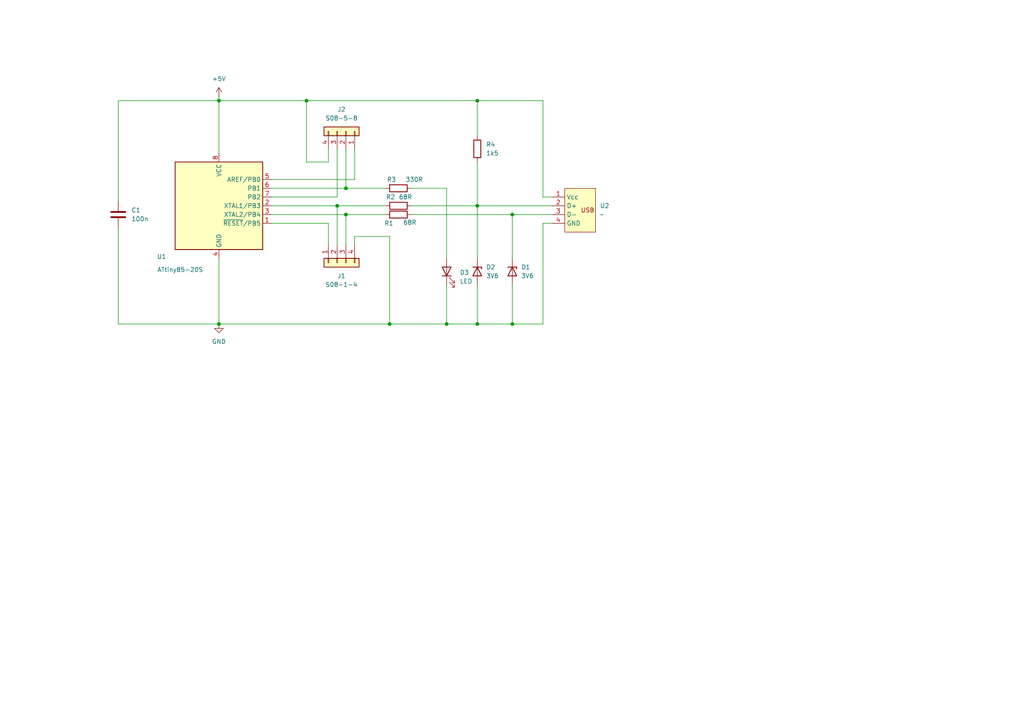
<source format=kicad_sch>
(kicad_sch
	(version 20250114)
	(generator "eeschema")
	(generator_version "9.0")
	(uuid "f016b412-6fed-479b-b981-6b0140a4ae4d")
	(paper "A4")
	(lib_symbols
		(symbol "Conn_01x04_1"
			(pin_names
				(offset 1.016)
				(hide yes)
			)
			(exclude_from_sim no)
			(in_bom yes)
			(on_board yes)
			(property "Reference" "J2"
				(at 3.81 -1.27 90)
				(effects
					(font
						(size 1.27 1.27)
					)
				)
			)
			(property "Value" "Conn_01x04"
				(at 6.35 -1.27 90)
				(effects
					(font
						(size 1.27 1.27)
					)
				)
			)
			(property "Footprint" ""
				(at 0 0 0)
				(effects
					(font
						(size 1.27 1.27)
					)
					(hide yes)
				)
			)
			(property "Datasheet" "~"
				(at 0 0 0)
				(effects
					(font
						(size 1.27 1.27)
					)
					(hide yes)
				)
			)
			(property "Description" "Generic connector, single row, 01x04, script generated (kicad-library-utils/schlib/autogen/connector/)"
				(at 0 0 0)
				(effects
					(font
						(size 1.27 1.27)
					)
					(hide yes)
				)
			)
			(property "Sim.Library" ".\\"
				(at 0 0 0)
				(effects
					(font
						(size 1.27 1.27)
					)
					(hide yes)
				)
			)
			(property "ki_keywords" "connector"
				(at 0 0 0)
				(effects
					(font
						(size 1.27 1.27)
					)
					(hide yes)
				)
			)
			(property "ki_fp_filters" "Connector*:*_1x??_*"
				(at 0 0 0)
				(effects
					(font
						(size 1.27 1.27)
					)
					(hide yes)
				)
			)
			(symbol "Conn_01x04_1_1_1"
				(rectangle
					(start -1.27 3.81)
					(end 1.27 -6.35)
					(stroke
						(width 0.254)
						(type default)
					)
					(fill
						(type background)
					)
				)
				(rectangle
					(start -1.27 2.667)
					(end 0 2.413)
					(stroke
						(width 0.1524)
						(type default)
					)
					(fill
						(type none)
					)
				)
				(rectangle
					(start -1.27 0.127)
					(end 0 -0.127)
					(stroke
						(width 0.1524)
						(type default)
					)
					(fill
						(type none)
					)
				)
				(rectangle
					(start -1.27 -2.413)
					(end 0 -2.667)
					(stroke
						(width 0.1524)
						(type default)
					)
					(fill
						(type none)
					)
				)
				(rectangle
					(start -1.27 -4.953)
					(end 0 -5.207)
					(stroke
						(width 0.1524)
						(type default)
					)
					(fill
						(type none)
					)
				)
				(pin passive line
					(at -5.08 2.54 0)
					(length 3.81)
					(name "Pin_1"
						(effects
							(font
								(size 1.27 1.27)
							)
						)
					)
					(number "4"
						(effects
							(font
								(size 1.27 1.27)
							)
						)
					)
				)
				(pin passive line
					(at -5.08 0 0)
					(length 3.81)
					(name "Pin_2"
						(effects
							(font
								(size 1.27 1.27)
							)
						)
					)
					(number "3"
						(effects
							(font
								(size 1.27 1.27)
							)
						)
					)
				)
				(pin passive line
					(at -5.08 -2.54 0)
					(length 3.81)
					(name "Pin_3"
						(effects
							(font
								(size 1.27 1.27)
							)
						)
					)
					(number "2"
						(effects
							(font
								(size 1.27 1.27)
							)
						)
					)
				)
				(pin passive line
					(at -5.08 -5.08 0)
					(length 3.81)
					(name "Pin_4"
						(effects
							(font
								(size 1.27 1.27)
							)
						)
					)
					(number "1"
						(effects
							(font
								(size 1.27 1.27)
							)
						)
					)
				)
			)
			(embedded_fonts no)
		)
		(symbol "Connector_Generic:Conn_01x04"
			(pin_names
				(offset 1.016)
				(hide yes)
			)
			(exclude_from_sim no)
			(in_bom yes)
			(on_board yes)
			(property "Reference" "J1"
				(at 6.35 -1.27 90)
				(effects
					(font
						(size 1.27 1.27)
					)
				)
			)
			(property "Value" "Conn_01x04"
				(at 3.81 -1.27 90)
				(effects
					(font
						(size 1.27 1.27)
					)
				)
			)
			(property "Footprint" ""
				(at 0 0 0)
				(effects
					(font
						(size 1.27 1.27)
					)
					(hide yes)
				)
			)
			(property "Datasheet" "~"
				(at 0 0 0)
				(effects
					(font
						(size 1.27 1.27)
					)
					(hide yes)
				)
			)
			(property "Description" "Generic connector, single row, 01x04, script generated (kicad-library-utils/schlib/autogen/connector/)"
				(at 0 0 0)
				(effects
					(font
						(size 1.27 1.27)
					)
					(hide yes)
				)
			)
			(property "ki_keywords" "connector"
				(at 0 0 0)
				(effects
					(font
						(size 1.27 1.27)
					)
					(hide yes)
				)
			)
			(property "ki_fp_filters" "Connector*:*_1x??_*"
				(at 0 0 0)
				(effects
					(font
						(size 1.27 1.27)
					)
					(hide yes)
				)
			)
			(symbol "Conn_01x04_1_1"
				(rectangle
					(start -1.27 3.81)
					(end 1.27 -6.35)
					(stroke
						(width 0.254)
						(type default)
					)
					(fill
						(type background)
					)
				)
				(rectangle
					(start -1.27 2.667)
					(end 0 2.413)
					(stroke
						(width 0.1524)
						(type default)
					)
					(fill
						(type none)
					)
				)
				(rectangle
					(start -1.27 0.127)
					(end 0 -0.127)
					(stroke
						(width 0.1524)
						(type default)
					)
					(fill
						(type none)
					)
				)
				(rectangle
					(start -1.27 -2.413)
					(end 0 -2.667)
					(stroke
						(width 0.1524)
						(type default)
					)
					(fill
						(type none)
					)
				)
				(rectangle
					(start -1.27 -4.953)
					(end 0 -5.207)
					(stroke
						(width 0.1524)
						(type default)
					)
					(fill
						(type none)
					)
				)
				(pin passive line
					(at -5.08 2.54 0)
					(length 3.81)
					(name "Pin_1"
						(effects
							(font
								(size 1.27 1.27)
							)
						)
					)
					(number "4"
						(effects
							(font
								(size 1.27 1.27)
							)
						)
					)
				)
				(pin passive line
					(at -5.08 0 0)
					(length 3.81)
					(name "Pin_2"
						(effects
							(font
								(size 1.27 1.27)
							)
						)
					)
					(number "3"
						(effects
							(font
								(size 1.27 1.27)
							)
						)
					)
				)
				(pin passive line
					(at -5.08 -2.54 0)
					(length 3.81)
					(name "Pin_3"
						(effects
							(font
								(size 1.27 1.27)
							)
						)
					)
					(number "2"
						(effects
							(font
								(size 1.27 1.27)
							)
						)
					)
				)
				(pin passive line
					(at -5.08 -5.08 0)
					(length 3.81)
					(name "1Pin_4"
						(effects
							(font
								(size 1.27 1.27)
							)
						)
					)
					(number "1"
						(effects
							(font
								(size 1.27 1.27)
							)
						)
					)
				)
			)
			(embedded_fonts no)
		)
		(symbol "Device:C"
			(pin_numbers
				(hide yes)
			)
			(pin_names
				(offset 0.254)
			)
			(exclude_from_sim no)
			(in_bom yes)
			(on_board yes)
			(property "Reference" "C"
				(at 0.635 2.54 0)
				(effects
					(font
						(size 1.27 1.27)
					)
					(justify left)
				)
			)
			(property "Value" "C"
				(at 0.635 -2.54 0)
				(effects
					(font
						(size 1.27 1.27)
					)
					(justify left)
				)
			)
			(property "Footprint" ""
				(at 0.9652 -3.81 0)
				(effects
					(font
						(size 1.27 1.27)
					)
					(hide yes)
				)
			)
			(property "Datasheet" "~"
				(at 0 0 0)
				(effects
					(font
						(size 1.27 1.27)
					)
					(hide yes)
				)
			)
			(property "Description" "Unpolarized capacitor"
				(at 0 0 0)
				(effects
					(font
						(size 1.27 1.27)
					)
					(hide yes)
				)
			)
			(property "ki_keywords" "cap capacitor"
				(at 0 0 0)
				(effects
					(font
						(size 1.27 1.27)
					)
					(hide yes)
				)
			)
			(property "ki_fp_filters" "C_*"
				(at 0 0 0)
				(effects
					(font
						(size 1.27 1.27)
					)
					(hide yes)
				)
			)
			(symbol "C_0_1"
				(polyline
					(pts
						(xy -2.032 0.762) (xy 2.032 0.762)
					)
					(stroke
						(width 0.508)
						(type default)
					)
					(fill
						(type none)
					)
				)
				(polyline
					(pts
						(xy -2.032 -0.762) (xy 2.032 -0.762)
					)
					(stroke
						(width 0.508)
						(type default)
					)
					(fill
						(type none)
					)
				)
			)
			(symbol "C_1_1"
				(pin passive line
					(at 0 3.81 270)
					(length 2.794)
					(name "~"
						(effects
							(font
								(size 1.27 1.27)
							)
						)
					)
					(number "1"
						(effects
							(font
								(size 1.27 1.27)
							)
						)
					)
				)
				(pin passive line
					(at 0 -3.81 90)
					(length 2.794)
					(name "~"
						(effects
							(font
								(size 1.27 1.27)
							)
						)
					)
					(number "2"
						(effects
							(font
								(size 1.27 1.27)
							)
						)
					)
				)
			)
			(embedded_fonts no)
		)
		(symbol "Device:D_Zener"
			(pin_numbers
				(hide yes)
			)
			(pin_names
				(offset 1.016)
				(hide yes)
			)
			(exclude_from_sim no)
			(in_bom yes)
			(on_board yes)
			(property "Reference" "D"
				(at 0 2.54 0)
				(effects
					(font
						(size 1.27 1.27)
					)
				)
			)
			(property "Value" "D_Zener"
				(at 0 -2.54 0)
				(effects
					(font
						(size 1.27 1.27)
					)
				)
			)
			(property "Footprint" ""
				(at 0 0 0)
				(effects
					(font
						(size 1.27 1.27)
					)
					(hide yes)
				)
			)
			(property "Datasheet" "~"
				(at 0 0 0)
				(effects
					(font
						(size 1.27 1.27)
					)
					(hide yes)
				)
			)
			(property "Description" "Zener diode"
				(at 0 0 0)
				(effects
					(font
						(size 1.27 1.27)
					)
					(hide yes)
				)
			)
			(property "ki_keywords" "diode"
				(at 0 0 0)
				(effects
					(font
						(size 1.27 1.27)
					)
					(hide yes)
				)
			)
			(property "ki_fp_filters" "TO-???* *_Diode_* *SingleDiode* D_*"
				(at 0 0 0)
				(effects
					(font
						(size 1.27 1.27)
					)
					(hide yes)
				)
			)
			(symbol "D_Zener_0_1"
				(polyline
					(pts
						(xy -1.27 -1.27) (xy -1.27 1.27) (xy -0.762 1.27)
					)
					(stroke
						(width 0.254)
						(type default)
					)
					(fill
						(type none)
					)
				)
				(polyline
					(pts
						(xy 1.27 0) (xy -1.27 0)
					)
					(stroke
						(width 0)
						(type default)
					)
					(fill
						(type none)
					)
				)
				(polyline
					(pts
						(xy 1.27 -1.27) (xy 1.27 1.27) (xy -1.27 0) (xy 1.27 -1.27)
					)
					(stroke
						(width 0.254)
						(type default)
					)
					(fill
						(type none)
					)
				)
			)
			(symbol "D_Zener_1_1"
				(pin passive line
					(at -3.81 0 0)
					(length 2.54)
					(name "K"
						(effects
							(font
								(size 1.27 1.27)
							)
						)
					)
					(number "1"
						(effects
							(font
								(size 1.27 1.27)
							)
						)
					)
				)
				(pin passive line
					(at 3.81 0 180)
					(length 2.54)
					(name "A"
						(effects
							(font
								(size 1.27 1.27)
							)
						)
					)
					(number "2"
						(effects
							(font
								(size 1.27 1.27)
							)
						)
					)
				)
			)
			(embedded_fonts no)
		)
		(symbol "Device:LED"
			(pin_numbers
				(hide yes)
			)
			(pin_names
				(offset 1.016)
				(hide yes)
			)
			(exclude_from_sim no)
			(in_bom yes)
			(on_board yes)
			(property "Reference" "D"
				(at 0 2.54 0)
				(effects
					(font
						(size 1.27 1.27)
					)
				)
			)
			(property "Value" "LED"
				(at 0 -2.54 0)
				(effects
					(font
						(size 1.27 1.27)
					)
				)
			)
			(property "Footprint" ""
				(at 0 0 0)
				(effects
					(font
						(size 1.27 1.27)
					)
					(hide yes)
				)
			)
			(property "Datasheet" "~"
				(at 0 0 0)
				(effects
					(font
						(size 1.27 1.27)
					)
					(hide yes)
				)
			)
			(property "Description" "Light emitting diode"
				(at 0 0 0)
				(effects
					(font
						(size 1.27 1.27)
					)
					(hide yes)
				)
			)
			(property "Sim.Pins" "1=K 2=A"
				(at 0 0 0)
				(effects
					(font
						(size 1.27 1.27)
					)
					(hide yes)
				)
			)
			(property "ki_keywords" "LED diode"
				(at 0 0 0)
				(effects
					(font
						(size 1.27 1.27)
					)
					(hide yes)
				)
			)
			(property "ki_fp_filters" "LED* LED_SMD:* LED_THT:*"
				(at 0 0 0)
				(effects
					(font
						(size 1.27 1.27)
					)
					(hide yes)
				)
			)
			(symbol "LED_0_1"
				(polyline
					(pts
						(xy -3.048 -0.762) (xy -4.572 -2.286) (xy -3.81 -2.286) (xy -4.572 -2.286) (xy -4.572 -1.524)
					)
					(stroke
						(width 0)
						(type default)
					)
					(fill
						(type none)
					)
				)
				(polyline
					(pts
						(xy -1.778 -0.762) (xy -3.302 -2.286) (xy -2.54 -2.286) (xy -3.302 -2.286) (xy -3.302 -1.524)
					)
					(stroke
						(width 0)
						(type default)
					)
					(fill
						(type none)
					)
				)
				(polyline
					(pts
						(xy -1.27 0) (xy 1.27 0)
					)
					(stroke
						(width 0)
						(type default)
					)
					(fill
						(type none)
					)
				)
				(polyline
					(pts
						(xy -1.27 -1.27) (xy -1.27 1.27)
					)
					(stroke
						(width 0.254)
						(type default)
					)
					(fill
						(type none)
					)
				)
				(polyline
					(pts
						(xy 1.27 -1.27) (xy 1.27 1.27) (xy -1.27 0) (xy 1.27 -1.27)
					)
					(stroke
						(width 0.254)
						(type default)
					)
					(fill
						(type none)
					)
				)
			)
			(symbol "LED_1_1"
				(pin passive line
					(at -3.81 0 0)
					(length 2.54)
					(name "K"
						(effects
							(font
								(size 1.27 1.27)
							)
						)
					)
					(number "1"
						(effects
							(font
								(size 1.27 1.27)
							)
						)
					)
				)
				(pin passive line
					(at 3.81 0 180)
					(length 2.54)
					(name "A"
						(effects
							(font
								(size 1.27 1.27)
							)
						)
					)
					(number "2"
						(effects
							(font
								(size 1.27 1.27)
							)
						)
					)
				)
			)
			(embedded_fonts no)
		)
		(symbol "Device:R"
			(pin_numbers
				(hide yes)
			)
			(pin_names
				(offset 0)
			)
			(exclude_from_sim no)
			(in_bom yes)
			(on_board yes)
			(property "Reference" "R"
				(at 2.032 0 90)
				(effects
					(font
						(size 1.27 1.27)
					)
				)
			)
			(property "Value" "R"
				(at 0 0 90)
				(effects
					(font
						(size 1.27 1.27)
					)
				)
			)
			(property "Footprint" ""
				(at -1.778 0 90)
				(effects
					(font
						(size 1.27 1.27)
					)
					(hide yes)
				)
			)
			(property "Datasheet" "~"
				(at 0 0 0)
				(effects
					(font
						(size 1.27 1.27)
					)
					(hide yes)
				)
			)
			(property "Description" "Resistor"
				(at 0 0 0)
				(effects
					(font
						(size 1.27 1.27)
					)
					(hide yes)
				)
			)
			(property "ki_keywords" "R res resistor"
				(at 0 0 0)
				(effects
					(font
						(size 1.27 1.27)
					)
					(hide yes)
				)
			)
			(property "ki_fp_filters" "R_*"
				(at 0 0 0)
				(effects
					(font
						(size 1.27 1.27)
					)
					(hide yes)
				)
			)
			(symbol "R_0_1"
				(rectangle
					(start -1.016 -2.54)
					(end 1.016 2.54)
					(stroke
						(width 0.254)
						(type default)
					)
					(fill
						(type none)
					)
				)
			)
			(symbol "R_1_1"
				(pin passive line
					(at 0 3.81 270)
					(length 1.27)
					(name "~"
						(effects
							(font
								(size 1.27 1.27)
							)
						)
					)
					(number "1"
						(effects
							(font
								(size 1.27 1.27)
							)
						)
					)
				)
				(pin passive line
					(at 0 -3.81 90)
					(length 1.27)
					(name "~"
						(effects
							(font
								(size 1.27 1.27)
							)
						)
					)
					(number "2"
						(effects
							(font
								(size 1.27 1.27)
							)
						)
					)
				)
			)
			(embedded_fonts no)
		)
		(symbol "MCU_Microchip_ATtiny:ATtiny85-20S"
			(exclude_from_sim no)
			(in_bom yes)
			(on_board yes)
			(property "Reference" "U"
				(at -12.7 13.97 0)
				(effects
					(font
						(size 1.27 1.27)
					)
					(justify left bottom)
				)
			)
			(property "Value" "ATtiny85-20S"
				(at 2.54 -13.97 0)
				(effects
					(font
						(size 1.27 1.27)
					)
					(justify left top)
				)
			)
			(property "Footprint" "Package_SO:SOIC-8_5.3x5.3mm_P1.27mm"
				(at 0 0 0)
				(effects
					(font
						(size 1.27 1.27)
						(italic yes)
					)
					(hide yes)
				)
			)
			(property "Datasheet" "http://ww1.microchip.com/downloads/en/DeviceDoc/atmel-2586-avr-8-bit-microcontroller-attiny25-attiny45-attiny85_datasheet.pdf"
				(at 0 0 0)
				(effects
					(font
						(size 1.27 1.27)
					)
					(hide yes)
				)
			)
			(property "Description" "20MHz, 8kB Flash, 512B SRAM, 512B EEPROM, debugWIRE, SOIC-8"
				(at 0 0 0)
				(effects
					(font
						(size 1.27 1.27)
					)
					(hide yes)
				)
			)
			(property "ki_keywords" "AVR 8bit Microcontroller tinyAVR"
				(at 0 0 0)
				(effects
					(font
						(size 1.27 1.27)
					)
					(hide yes)
				)
			)
			(property "ki_fp_filters" "*SOIC*5.3x5.3mm*P1.27mm*"
				(at 0 0 0)
				(effects
					(font
						(size 1.27 1.27)
					)
					(hide yes)
				)
			)
			(symbol "ATtiny85-20S_0_1"
				(rectangle
					(start -12.7 -12.7)
					(end 12.7 12.7)
					(stroke
						(width 0.254)
						(type default)
					)
					(fill
						(type background)
					)
				)
			)
			(symbol "ATtiny85-20S_1_1"
				(pin power_in line
					(at 0 15.24 270)
					(length 2.54)
					(name "VCC"
						(effects
							(font
								(size 1.27 1.27)
							)
						)
					)
					(number "8"
						(effects
							(font
								(size 1.27 1.27)
							)
						)
					)
				)
				(pin power_in line
					(at 0 -15.24 90)
					(length 2.54)
					(name "GND"
						(effects
							(font
								(size 1.27 1.27)
							)
						)
					)
					(number "4"
						(effects
							(font
								(size 1.27 1.27)
							)
						)
					)
				)
				(pin bidirectional line
					(at 15.24 7.62 180)
					(length 2.54)
					(name "AREF/PB0"
						(effects
							(font
								(size 1.27 1.27)
							)
						)
					)
					(number "5"
						(effects
							(font
								(size 1.27 1.27)
							)
						)
					)
				)
				(pin bidirectional line
					(at 15.24 5.08 180)
					(length 2.54)
					(name "PB1"
						(effects
							(font
								(size 1.27 1.27)
							)
						)
					)
					(number "6"
						(effects
							(font
								(size 1.27 1.27)
							)
						)
					)
				)
				(pin bidirectional line
					(at 15.24 2.54 180)
					(length 2.54)
					(name "PB2"
						(effects
							(font
								(size 1.27 1.27)
							)
						)
					)
					(number "7"
						(effects
							(font
								(size 1.27 1.27)
							)
						)
					)
				)
				(pin bidirectional line
					(at 15.24 0 180)
					(length 2.54)
					(name "XTAL1/PB3"
						(effects
							(font
								(size 1.27 1.27)
							)
						)
					)
					(number "2"
						(effects
							(font
								(size 1.27 1.27)
							)
						)
					)
				)
				(pin bidirectional line
					(at 15.24 -2.54 180)
					(length 2.54)
					(name "XTAL2/PB4"
						(effects
							(font
								(size 1.27 1.27)
							)
						)
					)
					(number "3"
						(effects
							(font
								(size 1.27 1.27)
							)
						)
					)
				)
				(pin bidirectional line
					(at 15.24 -5.08 180)
					(length 2.54)
					(name "~{RESET}/PB5"
						(effects
							(font
								(size 1.27 1.27)
							)
						)
					)
					(number "1"
						(effects
							(font
								(size 1.27 1.27)
							)
						)
					)
				)
			)
			(embedded_fonts no)
		)
		(symbol "Symbols:PCB_USB_Connector"
			(exclude_from_sim no)
			(in_bom yes)
			(on_board yes)
			(property "Reference" "U"
				(at 0 0 0)
				(effects
					(font
						(size 1.27 1.27)
					)
				)
			)
			(property "Value" ""
				(at 0 0 0)
				(effects
					(font
						(size 1.27 1.27)
					)
				)
			)
			(property "Footprint" ""
				(at 0 0 0)
				(effects
					(font
						(size 1.27 1.27)
					)
					(hide yes)
				)
			)
			(property "Datasheet" ""
				(at 0 0 0)
				(effects
					(font
						(size 1.27 1.27)
					)
					(hide yes)
				)
			)
			(property "Description" ""
				(at 0 0 0)
				(effects
					(font
						(size 1.27 1.27)
					)
					(hide yes)
				)
			)
			(symbol "PCB_USB_Connector_1_1"
				(rectangle
					(start 3.81 6.35)
					(end 12.7 -6.35)
					(stroke
						(width 0)
						(type solid)
					)
					(fill
						(type background)
					)
				)
				(text "USB"
					(at 10.414 0 0)
					(effects
						(font
							(size 1.27 1.27)
						)
					)
				)
				(pin power_in line
					(at 0 3.81 0)
					(length 3.81)
					(name "Vcc"
						(effects
							(font
								(size 1.27 1.27)
							)
						)
					)
					(number "1"
						(effects
							(font
								(size 1.27 1.27)
							)
						)
					)
				)
				(pin bidirectional line
					(at 0 1.27 0)
					(length 3.81)
					(name "D+"
						(effects
							(font
								(size 1.27 1.27)
							)
						)
					)
					(number "2"
						(effects
							(font
								(size 1.27 1.27)
							)
						)
					)
				)
				(pin bidirectional line
					(at 0 -1.27 0)
					(length 3.81)
					(name "D-"
						(effects
							(font
								(size 1.27 1.27)
							)
						)
					)
					(number "3"
						(effects
							(font
								(size 1.27 1.27)
							)
						)
					)
				)
				(pin power_in line
					(at 0 -3.81 0)
					(length 3.81)
					(name "GND"
						(effects
							(font
								(size 1.27 1.27)
							)
						)
					)
					(number "4"
						(effects
							(font
								(size 1.27 1.27)
							)
						)
					)
				)
			)
			(embedded_fonts no)
		)
		(symbol "power:+5V"
			(power)
			(pin_numbers
				(hide yes)
			)
			(pin_names
				(offset 0)
				(hide yes)
			)
			(exclude_from_sim no)
			(in_bom yes)
			(on_board yes)
			(property "Reference" "#PWR"
				(at 0 -3.81 0)
				(effects
					(font
						(size 1.27 1.27)
					)
					(hide yes)
				)
			)
			(property "Value" "+5V"
				(at 0 3.556 0)
				(effects
					(font
						(size 1.27 1.27)
					)
				)
			)
			(property "Footprint" ""
				(at 0 0 0)
				(effects
					(font
						(size 1.27 1.27)
					)
					(hide yes)
				)
			)
			(property "Datasheet" ""
				(at 0 0 0)
				(effects
					(font
						(size 1.27 1.27)
					)
					(hide yes)
				)
			)
			(property "Description" "Power symbol creates a global label with name \"+5V\""
				(at 0 0 0)
				(effects
					(font
						(size 1.27 1.27)
					)
					(hide yes)
				)
			)
			(property "ki_keywords" "global power"
				(at 0 0 0)
				(effects
					(font
						(size 1.27 1.27)
					)
					(hide yes)
				)
			)
			(symbol "+5V_0_1"
				(polyline
					(pts
						(xy -0.762 1.27) (xy 0 2.54)
					)
					(stroke
						(width 0)
						(type default)
					)
					(fill
						(type none)
					)
				)
				(polyline
					(pts
						(xy 0 2.54) (xy 0.762 1.27)
					)
					(stroke
						(width 0)
						(type default)
					)
					(fill
						(type none)
					)
				)
				(polyline
					(pts
						(xy 0 0) (xy 0 2.54)
					)
					(stroke
						(width 0)
						(type default)
					)
					(fill
						(type none)
					)
				)
			)
			(symbol "+5V_1_1"
				(pin power_in line
					(at 0 0 90)
					(length 0)
					(name "~"
						(effects
							(font
								(size 1.27 1.27)
							)
						)
					)
					(number "1"
						(effects
							(font
								(size 1.27 1.27)
							)
						)
					)
				)
			)
			(embedded_fonts no)
		)
		(symbol "power:GND"
			(power)
			(pin_numbers
				(hide yes)
			)
			(pin_names
				(offset 0)
				(hide yes)
			)
			(exclude_from_sim no)
			(in_bom yes)
			(on_board yes)
			(property "Reference" "#PWR"
				(at 0 -6.35 0)
				(effects
					(font
						(size 1.27 1.27)
					)
					(hide yes)
				)
			)
			(property "Value" "GND"
				(at 0 -3.81 0)
				(effects
					(font
						(size 1.27 1.27)
					)
				)
			)
			(property "Footprint" ""
				(at 0 0 0)
				(effects
					(font
						(size 1.27 1.27)
					)
					(hide yes)
				)
			)
			(property "Datasheet" ""
				(at 0 0 0)
				(effects
					(font
						(size 1.27 1.27)
					)
					(hide yes)
				)
			)
			(property "Description" "Power symbol creates a global label with name \"GND\" , ground"
				(at 0 0 0)
				(effects
					(font
						(size 1.27 1.27)
					)
					(hide yes)
				)
			)
			(property "ki_keywords" "global power"
				(at 0 0 0)
				(effects
					(font
						(size 1.27 1.27)
					)
					(hide yes)
				)
			)
			(symbol "GND_0_1"
				(polyline
					(pts
						(xy 0 0) (xy 0 -1.27) (xy 1.27 -1.27) (xy 0 -2.54) (xy -1.27 -1.27) (xy 0 -1.27)
					)
					(stroke
						(width 0)
						(type default)
					)
					(fill
						(type none)
					)
				)
			)
			(symbol "GND_1_1"
				(pin power_in line
					(at 0 0 270)
					(length 0)
					(name "~"
						(effects
							(font
								(size 1.27 1.27)
							)
						)
					)
					(number "1"
						(effects
							(font
								(size 1.27 1.27)
							)
						)
					)
				)
			)
			(embedded_fonts no)
		)
	)
	(junction
		(at 148.59 62.23)
		(diameter 0)
		(color 0 0 0 0)
		(uuid "04d17429-3f44-453c-8240-8ea37f4054b6")
	)
	(junction
		(at 129.54 93.98)
		(diameter 0)
		(color 0 0 0 0)
		(uuid "1523370c-439a-4bdf-a469-8258e2bb9806")
	)
	(junction
		(at 100.33 54.61)
		(diameter 0)
		(color 0 0 0 0)
		(uuid "177e6b91-07dc-48d6-82a3-155356572f95")
	)
	(junction
		(at 138.43 29.21)
		(diameter 0)
		(color 0 0 0 0)
		(uuid "2b19748a-2dca-43e4-b4f5-48dab9f48978")
	)
	(junction
		(at 88.9 29.21)
		(diameter 0)
		(color 0 0 0 0)
		(uuid "2f7c0730-5587-4d15-a4c9-66e85d2bd85a")
	)
	(junction
		(at 100.33 62.23)
		(diameter 0)
		(color 0 0 0 0)
		(uuid "36eefa34-b0f6-4328-81c2-d89ea07ae2ed")
	)
	(junction
		(at 97.79 59.69)
		(diameter 0)
		(color 0 0 0 0)
		(uuid "5c045c89-3485-436d-9b90-9b75f1b6cab9")
	)
	(junction
		(at 148.59 93.98)
		(diameter 0)
		(color 0 0 0 0)
		(uuid "5eeade71-b8cf-4e37-9b8f-289d795ccb9e")
	)
	(junction
		(at 63.5 29.21)
		(diameter 0)
		(color 0 0 0 0)
		(uuid "9d10ea94-e032-406f-9614-6ddb107905e3")
	)
	(junction
		(at 138.43 93.98)
		(diameter 0)
		(color 0 0 0 0)
		(uuid "a004e92a-62e6-4c82-b763-1866a11de2ac")
	)
	(junction
		(at 63.5 93.98)
		(diameter 0)
		(color 0 0 0 0)
		(uuid "b07a164f-f879-49bc-a9cd-2dd6fa8bc04e")
	)
	(junction
		(at 113.03 93.98)
		(diameter 0)
		(color 0 0 0 0)
		(uuid "df4b327c-b750-434e-8bff-12464433e7fe")
	)
	(junction
		(at 138.43 59.69)
		(diameter 0)
		(color 0 0 0 0)
		(uuid "f3323a15-52c7-4bde-815e-08c3f675a96a")
	)
	(wire
		(pts
			(xy 148.59 82.55) (xy 148.59 93.98)
		)
		(stroke
			(width 0)
			(type default)
		)
		(uuid "0836c41c-1cb6-476f-80ce-e63035dcaac8")
	)
	(wire
		(pts
			(xy 129.54 82.55) (xy 129.54 93.98)
		)
		(stroke
			(width 0)
			(type default)
		)
		(uuid "13f69788-a223-4123-a00c-88fdf4d6abc4")
	)
	(wire
		(pts
			(xy 160.02 57.15) (xy 157.48 57.15)
		)
		(stroke
			(width 0)
			(type default)
		)
		(uuid "18209c35-3682-4b8a-9fbc-e017aac5288f")
	)
	(wire
		(pts
			(xy 138.43 59.69) (xy 138.43 74.93)
		)
		(stroke
			(width 0)
			(type default)
		)
		(uuid "1bfdf7a1-e398-42f0-be11-016f5a2a5dae")
	)
	(wire
		(pts
			(xy 78.74 64.77) (xy 95.25 64.77)
		)
		(stroke
			(width 0)
			(type default)
		)
		(uuid "1e63f13f-031e-4eef-8514-6aecefc8da22")
	)
	(wire
		(pts
			(xy 157.48 57.15) (xy 157.48 29.21)
		)
		(stroke
			(width 0)
			(type default)
		)
		(uuid "1fd7d4c2-fc5f-41a2-8b11-bb659ceb69f0")
	)
	(wire
		(pts
			(xy 78.74 54.61) (xy 100.33 54.61)
		)
		(stroke
			(width 0)
			(type default)
		)
		(uuid "2387388c-2ba9-4f67-97b6-72866556533f")
	)
	(wire
		(pts
			(xy 97.79 57.15) (xy 97.79 43.18)
		)
		(stroke
			(width 0)
			(type default)
		)
		(uuid "305bf8a0-87ff-4a63-8727-73cb3c46ed4f")
	)
	(wire
		(pts
			(xy 148.59 62.23) (xy 148.59 74.93)
		)
		(stroke
			(width 0)
			(type default)
		)
		(uuid "325e1fd7-a4c7-47a9-87bf-dfabcaa84df8")
	)
	(wire
		(pts
			(xy 78.74 52.07) (xy 102.87 52.07)
		)
		(stroke
			(width 0)
			(type default)
		)
		(uuid "3b24d027-23c4-4f6d-869c-fd71b031143a")
	)
	(wire
		(pts
			(xy 102.87 68.58) (xy 113.03 68.58)
		)
		(stroke
			(width 0)
			(type default)
		)
		(uuid "3bfa8ae9-8c00-417f-b6ef-6de37f7ce836")
	)
	(wire
		(pts
			(xy 100.33 43.18) (xy 100.33 54.61)
		)
		(stroke
			(width 0)
			(type default)
		)
		(uuid "45cb1e7b-7de4-4bdf-884d-9a198bacece9")
	)
	(wire
		(pts
			(xy 88.9 46.99) (xy 88.9 29.21)
		)
		(stroke
			(width 0)
			(type default)
		)
		(uuid "466618ac-4ae0-444a-8cf1-4ca7eb784c29")
	)
	(wire
		(pts
			(xy 63.5 27.94) (xy 63.5 29.21)
		)
		(stroke
			(width 0)
			(type default)
		)
		(uuid "46c238cf-0bd9-4452-befd-b60f66c0fb63")
	)
	(wire
		(pts
			(xy 34.29 66.04) (xy 34.29 93.98)
		)
		(stroke
			(width 0)
			(type default)
		)
		(uuid "489a7ab6-6d5f-448f-b25b-2d47b7105132")
	)
	(wire
		(pts
			(xy 63.5 29.21) (xy 88.9 29.21)
		)
		(stroke
			(width 0)
			(type default)
		)
		(uuid "4bfe12b9-0040-41b2-a498-7cf90a6493f7")
	)
	(wire
		(pts
			(xy 138.43 46.99) (xy 138.43 59.69)
		)
		(stroke
			(width 0)
			(type default)
		)
		(uuid "4f8fcf85-8884-4fb0-b470-9cd53a364801")
	)
	(wire
		(pts
			(xy 157.48 64.77) (xy 157.48 93.98)
		)
		(stroke
			(width 0)
			(type default)
		)
		(uuid "51ada2f9-af41-4606-8ff5-c68850d6d828")
	)
	(wire
		(pts
			(xy 138.43 39.37) (xy 138.43 29.21)
		)
		(stroke
			(width 0)
			(type default)
		)
		(uuid "5a54ee66-53f2-448d-b43c-02343da892d7")
	)
	(wire
		(pts
			(xy 138.43 82.55) (xy 138.43 93.98)
		)
		(stroke
			(width 0)
			(type default)
		)
		(uuid "5b326274-3b10-4dde-863f-974eb3aee27e")
	)
	(wire
		(pts
			(xy 138.43 59.69) (xy 160.02 59.69)
		)
		(stroke
			(width 0)
			(type default)
		)
		(uuid "5e719384-c95d-4993-b159-666ad8006047")
	)
	(wire
		(pts
			(xy 129.54 74.93) (xy 129.54 54.61)
		)
		(stroke
			(width 0)
			(type default)
		)
		(uuid "6747f075-78e0-41dc-bcd8-2a75d82cec29")
	)
	(wire
		(pts
			(xy 88.9 29.21) (xy 138.43 29.21)
		)
		(stroke
			(width 0)
			(type default)
		)
		(uuid "6766e758-2e3b-4fd4-87b8-282a0fbbf9d5")
	)
	(wire
		(pts
			(xy 78.74 57.15) (xy 97.79 57.15)
		)
		(stroke
			(width 0)
			(type default)
		)
		(uuid "73513301-0b2f-40e2-b69e-8768bca97e32")
	)
	(wire
		(pts
			(xy 113.03 68.58) (xy 113.03 93.98)
		)
		(stroke
			(width 0)
			(type default)
		)
		(uuid "738bda0d-0833-4091-b82d-97900fa0c125")
	)
	(wire
		(pts
			(xy 100.33 62.23) (xy 100.33 71.12)
		)
		(stroke
			(width 0)
			(type default)
		)
		(uuid "845dcea4-5142-4443-8462-42e9c7b887c5")
	)
	(wire
		(pts
			(xy 97.79 59.69) (xy 97.79 71.12)
		)
		(stroke
			(width 0)
			(type default)
		)
		(uuid "8bc6f6e3-b015-497c-ad38-57cada64c967")
	)
	(wire
		(pts
			(xy 102.87 71.12) (xy 102.87 68.58)
		)
		(stroke
			(width 0)
			(type default)
		)
		(uuid "8bec9a37-7e2f-44d2-a2b4-fafa7678c841")
	)
	(wire
		(pts
			(xy 102.87 43.18) (xy 102.87 52.07)
		)
		(stroke
			(width 0)
			(type default)
		)
		(uuid "8fa2e606-560d-4b93-9c63-67ebaa522796")
	)
	(wire
		(pts
			(xy 100.33 62.23) (xy 111.76 62.23)
		)
		(stroke
			(width 0)
			(type default)
		)
		(uuid "92ee069e-dd74-4797-bd12-aa2ae22fe0c6")
	)
	(wire
		(pts
			(xy 34.29 58.42) (xy 34.29 29.21)
		)
		(stroke
			(width 0)
			(type default)
		)
		(uuid "9872a05a-a8c4-4e86-97c5-27dead5c36ad")
	)
	(wire
		(pts
			(xy 138.43 93.98) (xy 129.54 93.98)
		)
		(stroke
			(width 0)
			(type default)
		)
		(uuid "9911cab2-75fd-4d43-ab45-fba47ab3fb92")
	)
	(wire
		(pts
			(xy 95.25 43.18) (xy 95.25 46.99)
		)
		(stroke
			(width 0)
			(type default)
		)
		(uuid "9b1812ad-d46c-443b-8db7-4f6e65f90d7d")
	)
	(wire
		(pts
			(xy 148.59 62.23) (xy 160.02 62.23)
		)
		(stroke
			(width 0)
			(type default)
		)
		(uuid "9c738304-645c-4867-a3ec-f1ea1032fc90")
	)
	(wire
		(pts
			(xy 95.25 71.12) (xy 95.25 64.77)
		)
		(stroke
			(width 0)
			(type default)
		)
		(uuid "a756708b-c2b2-4704-b14c-e88ac791daeb")
	)
	(wire
		(pts
			(xy 119.38 62.23) (xy 148.59 62.23)
		)
		(stroke
			(width 0)
			(type default)
		)
		(uuid "ab8b4005-a7ec-40ee-a3ed-0b525de6fbff")
	)
	(wire
		(pts
			(xy 160.02 64.77) (xy 157.48 64.77)
		)
		(stroke
			(width 0)
			(type default)
		)
		(uuid "abee3554-7c1b-49a4-95f0-db767ad93d6d")
	)
	(wire
		(pts
			(xy 78.74 62.23) (xy 100.33 62.23)
		)
		(stroke
			(width 0)
			(type default)
		)
		(uuid "b3b06324-ba95-483f-b30d-b9e17d27dcf7")
	)
	(wire
		(pts
			(xy 34.29 93.98) (xy 63.5 93.98)
		)
		(stroke
			(width 0)
			(type default)
		)
		(uuid "bef46b8d-ab22-4e95-a3e5-79c528605e91")
	)
	(wire
		(pts
			(xy 95.25 46.99) (xy 88.9 46.99)
		)
		(stroke
			(width 0)
			(type default)
		)
		(uuid "c1393e06-55e2-4977-8761-464dcf2cbe5c")
	)
	(wire
		(pts
			(xy 34.29 29.21) (xy 63.5 29.21)
		)
		(stroke
			(width 0)
			(type default)
		)
		(uuid "c721ad35-4e91-473a-9e27-b9504a074abc")
	)
	(wire
		(pts
			(xy 148.59 93.98) (xy 138.43 93.98)
		)
		(stroke
			(width 0)
			(type default)
		)
		(uuid "ced98c5c-c8cd-47a1-99b8-c2050428cd0d")
	)
	(wire
		(pts
			(xy 100.33 54.61) (xy 111.76 54.61)
		)
		(stroke
			(width 0)
			(type default)
		)
		(uuid "cf757195-3eac-42ae-ba63-fbf21044b8fc")
	)
	(wire
		(pts
			(xy 97.79 59.69) (xy 111.76 59.69)
		)
		(stroke
			(width 0)
			(type default)
		)
		(uuid "d2c3072d-71e8-46ee-8521-b14143ee743e")
	)
	(wire
		(pts
			(xy 129.54 54.61) (xy 119.38 54.61)
		)
		(stroke
			(width 0)
			(type default)
		)
		(uuid "dc94cb5d-0083-4caa-9168-cbb3f6c70b69")
	)
	(wire
		(pts
			(xy 119.38 59.69) (xy 138.43 59.69)
		)
		(stroke
			(width 0)
			(type default)
		)
		(uuid "e2099996-8e7b-4555-bd14-ef37d03c3caf")
	)
	(wire
		(pts
			(xy 129.54 93.98) (xy 113.03 93.98)
		)
		(stroke
			(width 0)
			(type default)
		)
		(uuid "e543d544-c2d7-4afc-aa7b-a4e0dd1c0ebc")
	)
	(wire
		(pts
			(xy 113.03 93.98) (xy 63.5 93.98)
		)
		(stroke
			(width 0)
			(type default)
		)
		(uuid "e73f2f5d-e4b2-48c3-9520-fcc43ec028f1")
	)
	(wire
		(pts
			(xy 63.5 74.93) (xy 63.5 93.98)
		)
		(stroke
			(width 0)
			(type default)
		)
		(uuid "eee0d297-c904-457c-9a6a-23d10c190586")
	)
	(wire
		(pts
			(xy 138.43 29.21) (xy 157.48 29.21)
		)
		(stroke
			(width 0)
			(type default)
		)
		(uuid "ef4d5783-5115-4a14-8b2c-4a7cb678d793")
	)
	(wire
		(pts
			(xy 78.74 59.69) (xy 97.79 59.69)
		)
		(stroke
			(width 0)
			(type default)
		)
		(uuid "f0e93080-5d2d-405a-b4d7-ada8310e83c4")
	)
	(wire
		(pts
			(xy 157.48 93.98) (xy 148.59 93.98)
		)
		(stroke
			(width 0)
			(type default)
		)
		(uuid "f2f95995-9e5f-46fa-a3c1-df6a3a7bf65a")
	)
	(wire
		(pts
			(xy 63.5 29.21) (xy 63.5 44.45)
		)
		(stroke
			(width 0)
			(type default)
		)
		(uuid "fbe7ab00-81a5-4c30-87c9-6468fc5e70db")
	)
	(symbol
		(lib_id "Device:R")
		(at 115.57 62.23 90)
		(unit 1)
		(exclude_from_sim no)
		(in_bom yes)
		(on_board yes)
		(dnp no)
		(uuid "279769e1-83a6-4316-a2c3-6b646e177365")
		(property "Reference" "R1"
			(at 112.776 64.77 90)
			(effects
				(font
					(size 1.27 1.27)
				)
			)
		)
		(property "Value" "68R"
			(at 118.872 64.516 90)
			(effects
				(font
					(size 1.27 1.27)
				)
			)
		)
		(property "Footprint" "Resistor_SMD:R_0805_2012Metric_Pad1.20x1.40mm_HandSolder"
			(at 115.57 64.008 90)
			(effects
				(font
					(size 1.27 1.27)
				)
				(hide yes)
			)
		)
		(property "Datasheet" "~"
			(at 115.57 62.23 0)
			(effects
				(font
					(size 1.27 1.27)
				)
				(hide yes)
			)
		)
		(property "Description" "Resistor"
			(at 115.57 62.23 0)
			(effects
				(font
					(size 1.27 1.27)
				)
				(hide yes)
			)
		)
		(pin "2"
			(uuid "5a182f6a-06a4-4e56-9e50-a1fb500c0a32")
		)
		(pin "1"
			(uuid "1bbddff9-b563-459f-8d9a-d950757eedc0")
		)
		(instances
			(project ""
				(path "/f016b412-6fed-479b-b981-6b0140a4ae4d"
					(reference "R1")
					(unit 1)
				)
			)
		)
	)
	(symbol
		(lib_id "Device:C")
		(at 34.29 62.23 0)
		(unit 1)
		(exclude_from_sim no)
		(in_bom yes)
		(on_board yes)
		(dnp no)
		(fields_autoplaced yes)
		(uuid "3244dc90-d058-4959-a575-f72a466bca95")
		(property "Reference" "C1"
			(at 38.1 60.9599 0)
			(effects
				(font
					(size 1.27 1.27)
				)
				(justify left)
			)
		)
		(property "Value" "100n"
			(at 38.1 63.4999 0)
			(effects
				(font
					(size 1.27 1.27)
				)
				(justify left)
			)
		)
		(property "Footprint" "Capacitor_SMD:C_1206_3216Metric_Pad1.33x1.80mm_HandSolder"
			(at 35.2552 66.04 0)
			(effects
				(font
					(size 1.27 1.27)
				)
				(hide yes)
			)
		)
		(property "Datasheet" "~"
			(at 34.29 62.23 0)
			(effects
				(font
					(size 1.27 1.27)
				)
				(hide yes)
			)
		)
		(property "Description" "Unpolarized capacitor"
			(at 34.29 62.23 0)
			(effects
				(font
					(size 1.27 1.27)
				)
				(hide yes)
			)
		)
		(pin "1"
			(uuid "feacb3a7-bd29-4b57-b688-a67b0e0da9db")
		)
		(pin "2"
			(uuid "a82d1536-3dad-44e9-9a7e-0a9f21d897ff")
		)
		(instances
			(project ""
				(path "/f016b412-6fed-479b-b981-6b0140a4ae4d"
					(reference "C1")
					(unit 1)
				)
			)
		)
	)
	(symbol
		(lib_id "Device:D_Zener")
		(at 138.43 78.74 270)
		(unit 1)
		(exclude_from_sim no)
		(in_bom yes)
		(on_board yes)
		(dnp no)
		(fields_autoplaced yes)
		(uuid "3ea4d9b4-9ecf-4ce5-87a6-099a0dd18f1f")
		(property "Reference" "D2"
			(at 140.97 77.4699 90)
			(effects
				(font
					(size 1.27 1.27)
				)
				(justify left)
			)
		)
		(property "Value" "3V6"
			(at 140.97 80.0099 90)
			(effects
				(font
					(size 1.27 1.27)
				)
				(justify left)
			)
		)
		(property "Footprint" "Diode_SMD:D_SOD-123"
			(at 138.43 78.74 0)
			(effects
				(font
					(size 1.27 1.27)
				)
				(hide yes)
			)
		)
		(property "Datasheet" "~"
			(at 138.43 78.74 0)
			(effects
				(font
					(size 1.27 1.27)
				)
				(hide yes)
			)
		)
		(property "Description" "Zener diode"
			(at 138.43 78.74 0)
			(effects
				(font
					(size 1.27 1.27)
				)
				(hide yes)
			)
		)
		(pin "2"
			(uuid "06f1d5df-e063-46a0-a7cb-3986048f67ba")
		)
		(pin "1"
			(uuid "c627e5a3-ab30-45dd-b5df-bff6f9a068aa")
		)
		(instances
			(project "Attiny85_USB"
				(path "/f016b412-6fed-479b-b981-6b0140a4ae4d"
					(reference "D2")
					(unit 1)
				)
			)
		)
	)
	(symbol
		(lib_id "Connector_Generic:Conn_01x04")
		(at 97.79 38.1 90)
		(unit 1)
		(exclude_from_sim no)
		(in_bom yes)
		(on_board yes)
		(dnp no)
		(fields_autoplaced yes)
		(uuid "5d82315b-eca2-4b93-81bf-2f35984a73eb")
		(property "Reference" "J2"
			(at 99.06 31.75 90)
			(effects
				(font
					(size 1.27 1.27)
				)
			)
		)
		(property "Value" "S08-5-8"
			(at 99.06 34.29 90)
			(effects
				(font
					(size 1.27 1.27)
				)
			)
		)
		(property "Footprint" "Connector_PinHeader_2.54mm:PinHeader_1x04_P2.54mm_Vertical"
			(at 97.79 38.1 0)
			(effects
				(font
					(size 1.27 1.27)
				)
				(hide yes)
			)
		)
		(property "Datasheet" "~"
			(at 97.79 38.1 0)
			(effects
				(font
					(size 1.27 1.27)
				)
				(hide yes)
			)
		)
		(property "Description" "Generic connector, single row, 01x04, script generated (kicad-library-utils/schlib/autogen/connector/)"
			(at 97.79 38.1 0)
			(effects
				(font
					(size 1.27 1.27)
				)
				(hide yes)
			)
		)
		(pin "2"
			(uuid "b9b98e03-2b7d-40dd-92fc-856d9bc20072")
		)
		(pin "4"
			(uuid "339140c8-71ee-44be-8449-f322cc8c4f00")
		)
		(pin "1"
			(uuid "341964a4-dc45-48c7-9354-92e42da02d66")
		)
		(pin "3"
			(uuid "88e296a1-8ec4-4ec7-ad07-7b77fcbd3b25")
		)
		(instances
			(project ""
				(path "/f016b412-6fed-479b-b981-6b0140a4ae4d"
					(reference "J2")
					(unit 1)
				)
			)
		)
	)
	(symbol
		(lib_id "power:GND")
		(at 63.5 93.98 0)
		(unit 1)
		(exclude_from_sim no)
		(in_bom yes)
		(on_board yes)
		(dnp no)
		(fields_autoplaced yes)
		(uuid "7246da9f-5602-4169-b1bc-0b6af7ca641d")
		(property "Reference" "#PWR02"
			(at 63.5 100.33 0)
			(effects
				(font
					(size 1.27 1.27)
				)
				(hide yes)
			)
		)
		(property "Value" "GND"
			(at 63.5 99.06 0)
			(effects
				(font
					(size 1.27 1.27)
				)
			)
		)
		(property "Footprint" ""
			(at 63.5 93.98 0)
			(effects
				(font
					(size 1.27 1.27)
				)
				(hide yes)
			)
		)
		(property "Datasheet" ""
			(at 63.5 93.98 0)
			(effects
				(font
					(size 1.27 1.27)
				)
				(hide yes)
			)
		)
		(property "Description" "Power symbol creates a global label with name \"GND\" , ground"
			(at 63.5 93.98 0)
			(effects
				(font
					(size 1.27 1.27)
				)
				(hide yes)
			)
		)
		(pin "1"
			(uuid "3734cf1b-45e4-4a63-adaa-0f1619e37742")
		)
		(instances
			(project ""
				(path "/f016b412-6fed-479b-b981-6b0140a4ae4d"
					(reference "#PWR02")
					(unit 1)
				)
			)
		)
	)
	(symbol
		(lib_name "Conn_01x04_1")
		(lib_id "Connector_Generic:Conn_01x04")
		(at 100.33 76.2 270)
		(unit 1)
		(exclude_from_sim no)
		(in_bom yes)
		(on_board yes)
		(dnp no)
		(fields_autoplaced yes)
		(uuid "7a9cd590-9bde-4dc9-b5b3-1d0315beb9c0")
		(property "Reference" "J1"
			(at 99.06 80.01 90)
			(effects
				(font
					(size 1.27 1.27)
				)
			)
		)
		(property "Value" "S08-1-4"
			(at 99.06 82.55 90)
			(effects
				(font
					(size 1.27 1.27)
				)
			)
		)
		(property "Footprint" "Connector_PinHeader_2.54mm:PinHeader_1x04_P2.54mm_Vertical"
			(at 100.33 76.2 0)
			(effects
				(font
					(size 1.27 1.27)
				)
				(hide yes)
			)
		)
		(property "Datasheet" "~"
			(at 100.33 76.2 0)
			(effects
				(font
					(size 1.27 1.27)
				)
				(hide yes)
			)
		)
		(property "Description" "Generic connector, single row, 01x04, script generated (kicad-library-utils/schlib/autogen/connector/)"
			(at 100.33 76.2 0)
			(effects
				(font
					(size 1.27 1.27)
				)
				(hide yes)
			)
		)
		(property "Sim.Library" ".\\"
			(at 100.33 76.2 0)
			(effects
				(font
					(size 1.27 1.27)
				)
				(hide yes)
			)
		)
		(pin "2"
			(uuid "dc528cb0-e644-40a2-a4cd-b18f7c8d3443")
		)
		(pin "4"
			(uuid "d256e533-6452-4090-9d9a-4f22473cf0fc")
		)
		(pin "1"
			(uuid "15362245-0233-41d7-8118-4c2d40d3877d")
		)
		(pin "3"
			(uuid "c3d70092-1517-44a5-a0d0-dc072dbc8c96")
		)
		(instances
			(project "Attiny85_USB"
				(path "/f016b412-6fed-479b-b981-6b0140a4ae4d"
					(reference "J1")
					(unit 1)
				)
			)
		)
	)
	(symbol
		(lib_id "Device:R")
		(at 138.43 43.18 0)
		(unit 1)
		(exclude_from_sim no)
		(in_bom yes)
		(on_board yes)
		(dnp no)
		(fields_autoplaced yes)
		(uuid "7dd6a9cd-dbb9-4eeb-8219-c7f01cf1d67f")
		(property "Reference" "R4"
			(at 140.97 41.9099 0)
			(effects
				(font
					(size 1.27 1.27)
				)
				(justify left)
			)
		)
		(property "Value" "1k5"
			(at 140.97 44.4499 0)
			(effects
				(font
					(size 1.27 1.27)
				)
				(justify left)
			)
		)
		(property "Footprint" "Resistor_SMD:R_0805_2012Metric_Pad1.20x1.40mm_HandSolder"
			(at 136.652 43.18 90)
			(effects
				(font
					(size 1.27 1.27)
				)
				(hide yes)
			)
		)
		(property "Datasheet" "~"
			(at 138.43 43.18 0)
			(effects
				(font
					(size 1.27 1.27)
				)
				(hide yes)
			)
		)
		(property "Description" "Resistor"
			(at 138.43 43.18 0)
			(effects
				(font
					(size 1.27 1.27)
				)
				(hide yes)
			)
		)
		(pin "2"
			(uuid "70787144-84d7-4cf4-b2a7-a341f1a5fca9")
		)
		(pin "1"
			(uuid "89a1fd11-f277-4566-9a57-ae67c19bcad7")
		)
		(instances
			(project "Attiny85_USB"
				(path "/f016b412-6fed-479b-b981-6b0140a4ae4d"
					(reference "R4")
					(unit 1)
				)
			)
		)
	)
	(symbol
		(lib_id "Device:R")
		(at 115.57 59.69 90)
		(unit 1)
		(exclude_from_sim no)
		(in_bom yes)
		(on_board yes)
		(dnp no)
		(uuid "80d2f88b-d7aa-41f8-bb46-110313c92355")
		(property "Reference" "R2"
			(at 113.284 57.15 90)
			(effects
				(font
					(size 1.27 1.27)
				)
			)
		)
		(property "Value" "68R"
			(at 117.602 57.15 90)
			(effects
				(font
					(size 1.27 1.27)
				)
			)
		)
		(property "Footprint" "Resistor_SMD:R_0805_2012Metric_Pad1.20x1.40mm_HandSolder"
			(at 115.57 61.468 90)
			(effects
				(font
					(size 1.27 1.27)
				)
				(hide yes)
			)
		)
		(property "Datasheet" "~"
			(at 115.57 59.69 0)
			(effects
				(font
					(size 1.27 1.27)
				)
				(hide yes)
			)
		)
		(property "Description" "Resistor"
			(at 115.57 59.69 0)
			(effects
				(font
					(size 1.27 1.27)
				)
				(hide yes)
			)
		)
		(pin "2"
			(uuid "edb41f07-eb14-4501-a657-aae5025ab44a")
		)
		(pin "1"
			(uuid "4944b59b-b8b3-4855-b741-9392272bcb7f")
		)
		(instances
			(project "Attiny85_USB"
				(path "/f016b412-6fed-479b-b981-6b0140a4ae4d"
					(reference "R2")
					(unit 1)
				)
			)
		)
	)
	(symbol
		(lib_id "Symbols:PCB_USB_Connector")
		(at 160.02 60.96 0)
		(unit 1)
		(exclude_from_sim no)
		(in_bom yes)
		(on_board yes)
		(dnp no)
		(fields_autoplaced yes)
		(uuid "886df54b-0d46-4325-94a4-1c47dee5ea63")
		(property "Reference" "U2"
			(at 173.99 59.6899 0)
			(effects
				(font
					(size 1.27 1.27)
				)
				(justify left)
			)
		)
		(property "Value" "~"
			(at 173.99 62.2299 0)
			(effects
				(font
					(size 1.27 1.27)
				)
				(justify left)
			)
		)
		(property "Footprint" "Custom_footprint:PCB_USB_connector"
			(at 160.02 60.96 0)
			(effects
				(font
					(size 1.27 1.27)
				)
				(hide yes)
			)
		)
		(property "Datasheet" ""
			(at 160.02 60.96 0)
			(effects
				(font
					(size 1.27 1.27)
				)
				(hide yes)
			)
		)
		(property "Description" ""
			(at 160.02 60.96 0)
			(effects
				(font
					(size 1.27 1.27)
				)
				(hide yes)
			)
		)
		(pin "3"
			(uuid "cd8e0545-6191-44ec-bb96-5a8324d0f0f2")
		)
		(pin "4"
			(uuid "7d07de6d-e21d-425a-8dd4-6cc8153912ab")
		)
		(pin "2"
			(uuid "2606cc78-45c8-4f3e-857f-3ad716a17bf5")
		)
		(pin "1"
			(uuid "7ad1fa57-f11b-4057-a907-48b1ac447c16")
		)
		(instances
			(project ""
				(path "/f016b412-6fed-479b-b981-6b0140a4ae4d"
					(reference "U2")
					(unit 1)
				)
			)
		)
	)
	(symbol
		(lib_id "power:+5V")
		(at 63.5 27.94 0)
		(unit 1)
		(exclude_from_sim no)
		(in_bom yes)
		(on_board yes)
		(dnp no)
		(fields_autoplaced yes)
		(uuid "9f07bcc3-1d71-4f5f-a621-ceee4100e6e3")
		(property "Reference" "#PWR01"
			(at 63.5 31.75 0)
			(effects
				(font
					(size 1.27 1.27)
				)
				(hide yes)
			)
		)
		(property "Value" "+5V"
			(at 63.5 22.86 0)
			(effects
				(font
					(size 1.27 1.27)
				)
			)
		)
		(property "Footprint" ""
			(at 63.5 27.94 0)
			(effects
				(font
					(size 1.27 1.27)
				)
				(hide yes)
			)
		)
		(property "Datasheet" ""
			(at 63.5 27.94 0)
			(effects
				(font
					(size 1.27 1.27)
				)
				(hide yes)
			)
		)
		(property "Description" "Power symbol creates a global label with name \"+5V\""
			(at 63.5 27.94 0)
			(effects
				(font
					(size 1.27 1.27)
				)
				(hide yes)
			)
		)
		(pin "1"
			(uuid "dbbb6087-f0cc-409b-8035-49341ace909f")
		)
		(instances
			(project ""
				(path "/f016b412-6fed-479b-b981-6b0140a4ae4d"
					(reference "#PWR01")
					(unit 1)
				)
			)
		)
	)
	(symbol
		(lib_id "Device:D_Zener")
		(at 148.59 78.74 270)
		(unit 1)
		(exclude_from_sim no)
		(in_bom yes)
		(on_board yes)
		(dnp no)
		(fields_autoplaced yes)
		(uuid "b8659421-6014-4785-ba79-5bf26ba2ebbc")
		(property "Reference" "D1"
			(at 151.13 77.4699 90)
			(effects
				(font
					(size 1.27 1.27)
				)
				(justify left)
			)
		)
		(property "Value" "3V6"
			(at 151.13 80.0099 90)
			(effects
				(font
					(size 1.27 1.27)
				)
				(justify left)
			)
		)
		(property "Footprint" "Diode_SMD:D_SOD-123"
			(at 148.59 78.74 0)
			(effects
				(font
					(size 1.27 1.27)
				)
				(hide yes)
			)
		)
		(property "Datasheet" "~"
			(at 148.59 78.74 0)
			(effects
				(font
					(size 1.27 1.27)
				)
				(hide yes)
			)
		)
		(property "Description" "Zener diode"
			(at 148.59 78.74 0)
			(effects
				(font
					(size 1.27 1.27)
				)
				(hide yes)
			)
		)
		(pin "2"
			(uuid "b9789bff-5de6-4647-92d7-383188de3670")
		)
		(pin "1"
			(uuid "7425c956-3a6f-40fd-a6c4-1653a7f25cc9")
		)
		(instances
			(project ""
				(path "/f016b412-6fed-479b-b981-6b0140a4ae4d"
					(reference "D1")
					(unit 1)
				)
			)
		)
	)
	(symbol
		(lib_id "Device:R")
		(at 115.57 54.61 90)
		(unit 1)
		(exclude_from_sim no)
		(in_bom yes)
		(on_board yes)
		(dnp no)
		(uuid "c16bf178-989b-425d-8478-3d3cb965be40")
		(property "Reference" "R3"
			(at 113.538 52.07 90)
			(effects
				(font
					(size 1.27 1.27)
				)
			)
		)
		(property "Value" "330R"
			(at 120.142 52.07 90)
			(effects
				(font
					(size 1.27 1.27)
				)
			)
		)
		(property "Footprint" "Resistor_SMD:R_0805_2012Metric_Pad1.20x1.40mm_HandSolder"
			(at 115.57 56.388 90)
			(effects
				(font
					(size 1.27 1.27)
				)
				(hide yes)
			)
		)
		(property "Datasheet" "~"
			(at 115.57 54.61 0)
			(effects
				(font
					(size 1.27 1.27)
				)
				(hide yes)
			)
		)
		(property "Description" "Resistor"
			(at 115.57 54.61 0)
			(effects
				(font
					(size 1.27 1.27)
				)
				(hide yes)
			)
		)
		(pin "2"
			(uuid "bd926d46-18ea-4604-b2bb-1854298d1a82")
		)
		(pin "1"
			(uuid "d1ae511b-0dbe-4307-b86c-88878c9dd435")
		)
		(instances
			(project "Attiny85_USB"
				(path "/f016b412-6fed-479b-b981-6b0140a4ae4d"
					(reference "R3")
					(unit 1)
				)
			)
		)
	)
	(symbol
		(lib_id "Device:LED")
		(at 129.54 78.74 90)
		(unit 1)
		(exclude_from_sim no)
		(in_bom yes)
		(on_board yes)
		(dnp no)
		(fields_autoplaced yes)
		(uuid "ccd419bd-c39e-4f55-92a4-1ce4e23d761d")
		(property "Reference" "D3"
			(at 133.35 79.0574 90)
			(effects
				(font
					(size 1.27 1.27)
				)
				(justify right)
			)
		)
		(property "Value" "LED"
			(at 133.35 81.5974 90)
			(effects
				(font
					(size 1.27 1.27)
				)
				(justify right)
			)
		)
		(property "Footprint" "LED_THT:LED_D3.0mm"
			(at 129.54 78.74 0)
			(effects
				(font
					(size 1.27 1.27)
				)
				(hide yes)
			)
		)
		(property "Datasheet" "~"
			(at 129.54 78.74 0)
			(effects
				(font
					(size 1.27 1.27)
				)
				(hide yes)
			)
		)
		(property "Description" "Light emitting diode"
			(at 129.54 78.74 0)
			(effects
				(font
					(size 1.27 1.27)
				)
				(hide yes)
			)
		)
		(property "Sim.Pins" "1=K 2=A"
			(at 129.54 78.74 0)
			(effects
				(font
					(size 1.27 1.27)
				)
				(hide yes)
			)
		)
		(pin "1"
			(uuid "911eed96-cca5-47a6-837b-77ccf000501c")
		)
		(pin "2"
			(uuid "f7aa7c79-7bd3-4177-ac02-1ac32445fc84")
		)
		(instances
			(project ""
				(path "/f016b412-6fed-479b-b981-6b0140a4ae4d"
					(reference "D3")
					(unit 1)
				)
			)
		)
	)
	(symbol
		(lib_id "MCU_Microchip_ATtiny:ATtiny85-20S")
		(at 63.5 59.69 0)
		(unit 1)
		(exclude_from_sim no)
		(in_bom yes)
		(on_board yes)
		(dnp no)
		(uuid "f3ade56e-a508-49a7-8dbf-1abd7cee3411")
		(property "Reference" "U1"
			(at 48.26 74.422 0)
			(effects
				(font
					(size 1.27 1.27)
				)
				(justify right)
			)
		)
		(property "Value" "ATtiny85-20S"
			(at 58.928 78.232 0)
			(effects
				(font
					(size 1.27 1.27)
				)
				(justify right)
			)
		)
		(property "Footprint" "Package_SO:SOIC-8_5.3x5.3mm_P1.27mm"
			(at 63.5 59.69 0)
			(effects
				(font
					(size 1.27 1.27)
					(italic yes)
				)
				(hide yes)
			)
		)
		(property "Datasheet" "http://ww1.microchip.com/downloads/en/DeviceDoc/atmel-2586-avr-8-bit-microcontroller-attiny25-attiny45-attiny85_datasheet.pdf"
			(at 63.5 59.69 0)
			(effects
				(font
					(size 1.27 1.27)
				)
				(hide yes)
			)
		)
		(property "Description" "20MHz, 8kB Flash, 512B SRAM, 512B EEPROM, debugWIRE, SOIC-8"
			(at 63.5 59.69 0)
			(effects
				(font
					(size 1.27 1.27)
				)
				(hide yes)
			)
		)
		(pin "6"
			(uuid "70f9093c-067a-4be0-9b81-82f1aa3ce20e")
		)
		(pin "2"
			(uuid "734e372f-bf9f-41c3-8a32-64a50d4a5f83")
		)
		(pin "3"
			(uuid "1bc0ef82-6713-4d47-8bc6-36569e0f0d9f")
		)
		(pin "8"
			(uuid "15347a96-1833-4117-8b16-1ba9ac826b4e")
		)
		(pin "5"
			(uuid "89b1857f-8cd0-4203-ac3c-c8ef34dafb60")
		)
		(pin "7"
			(uuid "94c4e42a-3ce3-4023-bf66-0b4eb8a41ef0")
		)
		(pin "1"
			(uuid "2226f2cd-bf61-4fc7-9a1c-0d5c59091c8e")
		)
		(pin "4"
			(uuid "8c8673d7-ce1c-43f8-8799-dab136d2a793")
		)
		(instances
			(project ""
				(path "/f016b412-6fed-479b-b981-6b0140a4ae4d"
					(reference "U1")
					(unit 1)
				)
			)
		)
	)
	(sheet_instances
		(path "/"
			(page "1")
		)
	)
	(embedded_fonts no)
)

</source>
